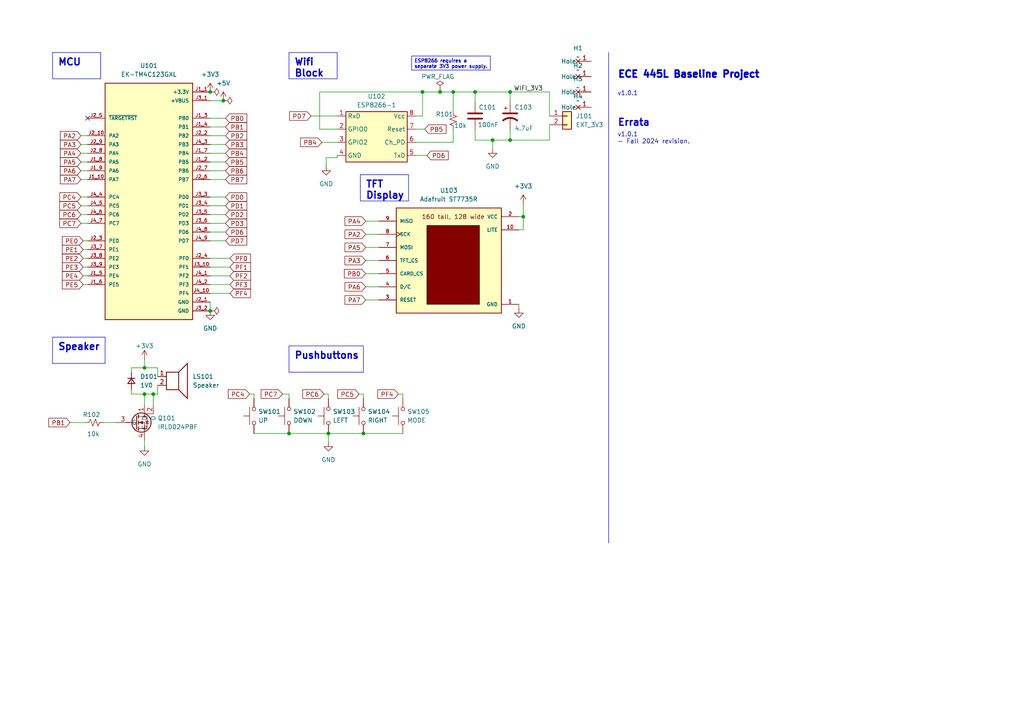
<source format=kicad_sch>
(kicad_sch (version 20250114) (generator "eeschema") (generator_version "9.0")
  (paper "A4")
  (title_block (title "ECE 445L Baseline Project") (date "2024-08-07") (rev "v1.0.1") (company "The University of Texas at Austin"))
  (lib_symbols
    (symbol "Connector_Generic:Conn_01x02" (pin_names (offset 1.016) (hide yes))
      (property "Reference" "J" (at 0 2.54 0))
      (property "Value" "Conn_01x02" (at 0 -5.08 0))
      (symbol "Conn_01x02_1_1"
        (rectangle (start -1.27 1.27) (end 1.27 -3.81) (stroke (width 0.254)) (fill (type background)))
        (rectangle (start -1.27 0.127) (end 0 -0.127) (stroke (width 0.1524)))
        (rectangle (start -1.27 -2.413) (end 0 -2.667) (stroke (width 0.1524)))
        (pin passive line (at -5.08 0 0) (length 3.81) (name "Pin_1") (number "1"))
        (pin passive line (at -5.08 -2.54 0) (length 3.81) (name "Pin_2") (number "2"))
      )
    )
    (symbol "Device:D_Small" (pin_numbers (hide yes)) (pin_names (offset 0.254) (hide yes))
      (property "Reference" "D" (at -1.27 2.032 0))
      (property "Value" "D_Small" (at -3.81 -2.032 0))
      (symbol "D_Small_0_1"
        (polyline (pts (xy -0.762 0) (xy 0.762 0)))
        (polyline (pts (xy -0.762 -1.016) (xy -0.762 1.016)) (stroke (width 0.254)))
        (polyline (pts (xy 0.762 -1.016) (xy -0.762 0) (xy 0.762 1.016) (xy 0.762 -1.016)) (stroke (width 0.254)))
      )
      (symbol "D_Small_1_1"
        (pin passive line (at -2.54 0 0) (length 1.778) (name "K") (number "1"))
        (pin passive line (at 2.54 0 180) (length 1.778) (name "A") (number "2"))
      )
    )
    (symbol "Device:Speaker" (pin_names (offset 0) (hide yes))
      (property "Reference" "LS" (at 1.27 5.715 0))
      (property "Value" "Speaker" (at 1.27 3.81 0))
      (symbol "Speaker_0_0"
        (rectangle (start -2.54 1.27) (end 1.016 -3.81) (stroke (width 0.254)))
        (polyline (pts (xy 1.016 1.27) (xy 3.556 3.81) (xy 3.556 -6.35) (xy 1.016 -3.81)) (stroke (width 0.254)))
      )
      (symbol "Speaker_1_1"
        (pin input line (at -5.08 0 0) (length 2.54) (name "1") (number "1"))
        (pin input line (at -5.08 -2.54 0) (length 2.54) (name "2") (number "2"))
      )
    )
    (symbol "ECE445L:Adafruit_ST7735R" (pin_names (offset 1.016))
      (property "Reference" "U?" (at -15.24 16.002 0))
      (property "Value" "Adafruit ST7735R" (at -15.24 -17.78 0))
      (symbol "Adafruit_ST7735R_0_0"
        (rectangle (start -15.24 15.24) (end 15.24 -15.24) (stroke (width 0.254)) (fill (type background)))
      )
      (symbol "Adafruit_ST7735R_1_0"
        (pin output line (at -20.32 11.43 0) (length 5.08) (name "MISO") (number "9"))
        (pin input clock (at -20.32 7.62 0) (length 5.08) (name "SCK") (number "8"))
        (pin input line (at -20.32 3.81 0) (length 5.08) (name "MOSI") (number "7"))
        (pin input line (at -20.32 0 0) (length 5.08) (name "TFT_CS") (number "6"))
        (pin input line (at -20.32 -3.81 0) (length 5.08) (name "CARD_CS") (number "5"))
        (pin input line (at -20.32 -7.62 0) (length 5.08) (name "D/C") (number "4"))
        (pin input line (at -20.32 -11.43 0) (length 5.08) (name "RESET") (number "3"))
        (pin power_in line (at 20.32 12.7 180) (length 5.08) (name "VCC") (number "2"))
        (pin power_in line (at 20.32 8.89 180) (length 5.08) (name "LITE") (number "10"))
        (pin power_in line (at 20.32 -12.7 180) (length 5.08) (name "GND") (number "1"))
      )
      (symbol "Adafruit_ST7735R_1_1"
        (rectangle (start -6.35 10.16) (end 8.89 -12.7) (stroke (width 0) (color 0 0 0 1)) (fill (type color) (color 132 0 0 1)))
        (text "160 tall, 128 wide" (at 1.27 12.7 0) (effects (font (size 1.27 1.27))))
      )
    )
    (symbol "ECE445L:C" (pin_numbers (hide yes)) (pin_names (offset 0.254))
      (property "Reference" "C" (at 0.635 2.54 0))
      (property "Value" "C" (at 0.635 -2.54 0))
      (symbol "C_0_1"
        (polyline (pts (xy -2.032 0.762) (xy 2.032 0.762)) (stroke (width 0.508)))
        (polyline (pts (xy -2.032 -0.762) (xy 2.032 -0.762)) (stroke (width 0.508)))
      )
      (symbol "C_1_1"
        (pin passive line (at 0 3.81 270) (length 2.794) (name "~") (number "1"))
        (pin passive line (at 0 -3.81 90) (length 2.794) (name "~") (number "2"))
      )
    )
    (symbol "ECE445L:C_Polarized" (pin_numbers (hide yes)) (pin_names (offset 0.254) (hide yes))
      (property "Reference" "C" (at 0.635 2.54 0))
      (property "Value" "C_Polarized" (at 0.635 -2.54 0))
      (symbol "C_Polarized_0_1"
        (polyline (pts (xy -2.032 0.762) (xy 2.032 0.762)) (stroke (width 0.508)))
        (polyline (pts (xy -1.778 2.286) (xy -0.762 2.286)))
        (polyline (pts (xy -1.27 1.778) (xy -1.27 2.794)))
        (arc (start -2.032 -1.27) (mid 0 -0.5572) (end 2.032 -1.27) (stroke (width 0.508)))
      )
      (symbol "C_Polarized_1_1"
        (pin passive line (at 0 3.81 270) (length 2.794) (name "~") (number "1"))
        (pin passive line (at 0 -3.81 90) (length 3.302) (name "~") (number "2"))
      )
    )
    (symbol "ECE445L:EK-TM4C123GXL" (pin_names (offset 1.016))
      (property "Reference" "U?" (at -12.7367 34.3099 0))
      (property "Value" "EK-TM4C123GXL" (at -12.7129 -38.1075 0))
      (symbol "EK-TM4C123GXL_0_0"
        (rectangle (start -12.7 -35.56) (end 12.7 33.02) (stroke (width 0.254)) (fill (type background)))
        (pin input line (at -17.78 22.86 0) (length 5.08) (name "~{TARGETRST}") (number "J2_5"))
        (pin bidirectional line (at -17.78 17.78 0) (length 5.08) (name "PA2") (number "J2_10"))
        (pin bidirectional line (at -17.78 15.24 0) (length 5.08) (name "PA3") (number "J2_9"))
        (pin bidirectional line (at -17.78 12.7 0) (length 5.08) (name "PA4") (number "J2_8"))
        (pin bidirectional line (at -17.78 10.16 0) (length 5.08) (name "PA5") (number "J1_8"))
        (pin bidirectional line (at -17.78 7.62 0) (length 5.08) (name "PA6") (number "J1_9"))
        (pin bidirectional line (at -17.78 5.08 0) (length 5.08) (name "PA7") (number "J1_10"))
        (pin bidirectional line (at -17.78 0 0) (length 5.08) (name "PC4") (number "J4_4"))
        (pin bidirectional line (at -17.78 -2.54 0) (length 5.08) (name "PC5") (number "J4_5"))
        (pin bidirectional line (at -17.78 -5.08 0) (length 5.08) (name "PC6") (number "J4_6"))
        (pin bidirectional line (at -17.78 -7.62 0) (length 5.08) (name "PC7") (number "J4_7"))
        (pin bidirectional line (at -17.78 -12.7 0) (length 5.08) (name "PE0") (number "J2_3"))
        (pin bidirectional line (at -17.78 -15.24 0) (length 5.08) (name "PE1") (number "J3_7"))
        (pin bidirectional line (at -17.78 -17.78 0) (length 5.08) (name "PE2") (number "J3_8"))
        (pin bidirectional line (at -17.78 -20.32 0) (length 5.08) (name "PE3") (number "J3_9"))
        (pin bidirectional line (at -17.78 -22.86 0) (length 5.08) (name "PE4") (number "J1_5"))
        (pin bidirectional line (at -17.78 -25.4 0) (length 5.08) (name "PE5") (number "J1_6"))
        (pin power_in line (at 17.78 30.48 180) (length 5.08) (name "+3.3V") (number "J1_1"))
        (pin power_in line (at 17.78 27.94 180) (length 5.08) (name "+VBUS") (number "J3_1"))
        (pin bidirectional line (at 17.78 22.86 180) (length 5.08) (name "PB0") (number "J1_3"))
        (pin bidirectional line (at 17.78 20.32 180) (length 5.08) (name "PB1") (number "J1_4"))
        (pin bidirectional line (at 17.78 17.78 180) (length 5.08) (name "PB2") (number "J2_2"))
        (pin bidirectional line (at 17.78 15.24 180) (length 5.08) (name "PB3") (number "J4_3"))
        (pin bidirectional line (at 17.78 12.7 180) (length 5.08) (name "PB4") (number "J1_7"))
        (pin bidirectional line (at 17.78 7.62 180) (length 5.08) (name "PB6") (number "J2_7"))
        (pin bidirectional line (at 17.78 5.08 180) (length 5.08) (name "PB7") (number "J2_6"))
        (pin bidirectional line (at 17.78 0 180) (length 5.08) (name "PD0") (number "J3_3"))
        (pin bidirectional line (at 17.78 -2.54 180) (length 5.08) (name "PD1") (number "J3_4"))
        (pin bidirectional line (at 17.78 -5.08 180) (length 5.08) (name "PD2") (number "J3_5"))
        (pin bidirectional line (at 17.78 -7.62 180) (length 5.08) (name "PD3") (number "J3_6"))
        (pin bidirectional line (at 17.78 -10.16 180) (length 5.08) (name "PD6") (number "J4_8"))
        (pin bidirectional line (at 17.78 -12.7 180) (length 5.08) (name "PD7") (number "J4_9"))
        (pin bidirectional line (at 17.78 -17.78 180) (length 5.08) (name "PF0") (number "J2_4"))
        (pin bidirectional line (at 17.78 -20.32 180) (length 5.08) (name "PF1") (number "J3_10"))
        (pin bidirectional line (at 17.78 -22.86 180) (length 5.08) (name "PF2") (number "J4_1"))
        (pin bidirectional line (at 17.78 -25.4 180) (length 5.08) (name "PF3") (number "J4_2"))
        (pin bidirectional line (at 17.78 -27.94 180) (length 5.08) (name "PF4") (number "J4_10"))
        (pin power_in line (at 17.78 -30.48 180) (length 5.08) (name "GND") (number "J2_1"))
        (pin power_in line (at 17.78 -33.02 180) (length 5.08) (name "GND") (number "J3_2"))
      )
      (symbol "EK-TM4C123GXL_1_0"
        (pin bidirectional line (at 17.78 10.16 180) (length 5.08) (name "PB5") (number "J1_2"))
      )
    )
    (symbol "ECE445L:ESP8266-1"
      (property "Reference" "U" (at 0 0 0))
      (property "Value" "ESP8266-1" (at 0 8.255 0))
      (symbol "ESP8266-1_1_1"
        (rectangle (start -8.255 6.985) (end 9.525 -7.62) (stroke (width 0.254)) (fill (type background)))
        (pin passive line (at -10.795 5.715 0) (length 2.54) (name "RxD") (number "1"))
        (pin passive line (at -10.795 1.905 0) (length 2.54) (name "GPIO0") (number "2"))
        (pin passive line (at -10.795 -1.905 0) (length 2.54) (name "GPIO2") (number "3"))
        (pin passive line (at -10.795 -5.715 0) (length 2.54) (name "GND") (number "4"))
        (pin passive line (at 12.065 5.715 180) (length 2.54) (name "Vcc") (number "8"))
        (pin passive line (at 12.065 1.905 180) (length 2.54) (name "Reset") (number "7"))
        (pin passive line (at 12.065 -1.905 180) (length 2.54) (name "Ch_PD") (number "6"))
        (pin passive line (at 12.065 -5.715 180) (length 2.54) (name "TxD") (number "5"))
      )
    )
    (symbol "ECE445L:IRLD024PBF"
      (property "Reference" "Q" (at 6.35 5.715 0))
      (property "Value" "IRLD024PBF" (at 16.51 -1.905 0))
      (symbol "IRLD024PBF_0_1"
        (polyline (pts (xy 11.43 0.635) (xy 8.636 0.635)))
        (polyline (pts (xy 11.684 2.54) (xy 11.684 -1.27)) (stroke (width 0.254)))
        (polyline (pts (xy 12.192 2.921) (xy 12.192 1.905)) (stroke (width 0.254)))
        (polyline (pts (xy 12.192 1.143) (xy 12.192 0.127)) (stroke (width 0.254)))
        (polyline (pts (xy 12.192 -0.635) (xy 12.192 -1.651)) (stroke (width 0.254)))
        (polyline (pts (xy 12.192 -1.143) (xy 14.732 -1.143) (xy 14.732 2.413) (xy 12.192 2.413)))
        (polyline (pts (xy 12.446 0.635) (xy 13.462 1.016) (xy 13.462 0.254) (xy 12.446 0.635)) (fill (type outline)))
        (circle (center 13.081 0.635) (radius 2.794) (stroke (width 0.254)))
        (polyline (pts (xy 13.97 3.175) (xy 13.97 2.413)))
        (circle (center 13.97 2.413) (radius 0.254) (fill (type outline)))
        (circle (center 13.97 -1.143) (radius 0.254) (fill (type outline)))
        (polyline (pts (xy 13.97 -1.905) (xy 13.97 0.635) (xy 12.192 0.635)))
        (polyline (pts (xy 14.224 1.143) (xy 14.351 1.016) (xy 15.113 1.016) (xy 15.24 0.889)))
        (polyline (pts (xy 14.732 1.016) (xy 14.351 0.381) (xy 15.113 0.381) (xy 14.732 1.016)))
        (polyline (pts (xy 16.51 3.175) (xy 13.97 3.175)))
      )
      (symbol "IRLD024PBF_1_1"
        (pin input line (at 5.715 0.635 0) (length 4) (name "G") (number "3"))
        (pin passive line (at 13.97 5.715 270) (length 2.54) (name "D") (number "1"))
        (pin passive line (at 13.97 -4.445 90) (length 2.54) (name "S") (number "4"))
        (pin passive line (at 16.51 5.715 270) (length 2.54) (name "D") (number "2"))
      )
    )
    (symbol "ECE445L:MountingHole"
      (property "Reference" "H" (at 0 0 0))
      (symbol "MountingHole_1_1"
        (pin free non_logic (at 0 0 180) (length 3.81) (name "Hole") (number "1"))
      )
    )
    (symbol "ECE445L:R_0.125W" (pin_numbers (hide yes)) (pin_names (offset 0.254) (hide yes))
      (property "Reference" "R" (at 0.762 0.508 0))
      (property "Value" "R_0.125W" (at 0.762 -1.016 0))
      (symbol "R_0.125W_1_1"
        (polyline (pts (xy 0 1.524) (xy 1.016 1.143) (xy 0 0.762) (xy -1.016 0.381) (xy 0 0)))
        (polyline (pts (xy 0 0) (xy 1.016 -0.381) (xy 0 -0.762) (xy -1.016 -1.143) (xy 0 -1.524)))
        (pin passive line (at 0 2.54 270) (length 1.016) (name "~") (number "1"))
        (pin passive line (at 0 -2.54 90) (length 1.016) (name "~") (number "2"))
      )
    )
    (symbol "Switch:SW_Push" (pin_numbers (hide yes)) (pin_names (offset 1.016) (hide yes))
      (property "Reference" "SW" (at 1.27 2.54 0))
      (property "Value" "SW_Push" (at 0 -1.524 0))
      (symbol "SW_Push_0_1"
        (circle (center -2.032 0) (radius 0.508))
        (polyline (pts (xy 0 1.27) (xy 0 3.048)))
        (circle (center 2.032 0) (radius 0.508))
        (polyline (pts (xy 2.54 1.27) (xy -2.54 1.27)))
        (pin passive line (at -5.08 0 0) (length 2.54) (name "1") (number "1"))
        (pin passive line (at 5.08 0 180) (length 2.54) (name "2") (number "2"))
      )
    )
    (symbol "power:+3V3" (power) (pin_numbers (hide yes)) (pin_names (offset 0) (hide yes))
      (property "Value" "+3V3" (at 0 3.556 0))
      (symbol "+3V3_0_1"
        (polyline (pts (xy -0.762 1.27) (xy 0 2.54)))
        (polyline (pts (xy 0 2.54) (xy 0.762 1.27)))
        (polyline (pts (xy 0 0) (xy 0 2.54)))
      )
      (symbol "+3V3_1_1"
        (pin power_in line (at 0 0 90) (length 0) (name "~") (number "1"))
      )
    )
    (symbol "power:+5V" (power) (pin_numbers (hide yes)) (pin_names (offset 0) (hide yes))
      (property "Value" "+5V" (at 0 3.556 0))
      (symbol "+5V_0_1"
        (polyline (pts (xy -0.762 1.27) (xy 0 2.54)))
        (polyline (pts (xy 0 2.54) (xy 0.762 1.27)))
        (polyline (pts (xy 0 0) (xy 0 2.54)))
      )
      (symbol "+5V_1_1"
        (pin power_in line (at 0 0 90) (length 0) (name "~") (number "1"))
      )
    )
    (symbol "power:GND" (power) (pin_numbers (hide yes)) (pin_names (offset 0) (hide yes))
      (property "Value" "GND" (at 0 -3.81 0))
      (symbol "GND_0_1"
        (polyline (pts (xy 0 0) (xy 0 -1.27) (xy 1.27 -1.27) (xy 0 -2.54) (xy -1.27 -1.27) (xy 0 -1.27)))
      )
      (symbol "GND_1_1"
        (pin power_in line (at 0 0 270) (length 0) (name "~") (number "1"))
      )
    )
    (symbol "power:PWR_FLAG" (power) (pin_numbers (hide yes)) (pin_names (offset 0) (hide yes))
      (property "Value" "PWR_FLAG" (at 0 3.81 0))
      (symbol "PWR_FLAG_0_0"
        (pin power_out line (at 0 0 90) (length 0) (name "~") (number "1"))
      )
      (symbol "PWR_FLAG_0_1"
        (polyline (pts (xy 0 0) (xy 0 1.27) (xy -1.016 1.905) (xy 0 2.54) (xy 1.016 1.905) (xy 0 1.27)))
      )
    )
  )
  (text "v1.0.1\n- Fall 2024 revision." (at 179.07 41.91 0) (effects (font (size 1.27 1.27)) (justify left bottom)))
  (text "ECE 445L Baseline Project" (at 179.07 22.86 0) (effects (font (size 2 2) (thickness 0.6) (bold yes)) (justify left bottom)))
  (text "v1.0.1" (at 179.07 27.94 0) (effects (font (size 1.27 1.27)) (justify left bottom)))
  (text "Errata" (at 179.07 36.83 0) (effects (font (size 2 2) (thickness 0.4) (bold yes)) (justify left bottom)))
  (text_box "MCU" (at 15.24 15.24 0) (size 13.97 7.62) (margins 1.5 1.5 1.5 1.5) (effects (font (size 2 2) (thickness 0.4) (bold yes)) (justify left top)))
  (text_box "ESP8266 requires a separate 3V3 power supply." (at 119.38 16.256 0) (size 22.86 4.064) (margins 0.75 0.75 0.75 0.75) (effects (font (size 1 1) (bold yes)) (justify left top)))
  (text_box "Speaker" (at 15.24 97.79 0) (size 15.24 7.62) (margins 1.5 1.5 1.5 1.5) (effects (font (size 2 2) (thickness 0.4) (bold yes)) (justify left top)))
  (text_box "Pushbuttons" (at 83.82 100.33 0) (size 21.59 7.62) (margins 1.5 1.5 1.5 1.5) (effects (font (size 2 2) (thickness 0.4) (bold yes)) (justify left top)))
  (text_box "TFT Display" (at 104.521 50.673 0) (size 13.97 7.62) (margins 1.5 1.5 1.5 1.5) (effects (font (size 2 2) (thickness 0.4) (bold yes)) (justify left top)))
  (text_box "Wifi Block" (at 83.82 15.24 0) (size 13.97 7.62) (margins 1.5 1.5 1.5 1.5) (effects (font (size 2 2) (thickness 0.4) (bold yes)) (justify left top)))
  (junction (at 60.96 26.67))
  (junction (at 95.25 125.73))
  (junction (at 127.635 26.67))
  (junction (at 147.955 26.67))
  (junction (at 41.91 106.68))
  (junction (at 44.45 114.3))
  (junction (at 122.555 26.67))
  (junction (at 137.795 26.67))
  (junction (at 147.955 40.64))
  (junction (at 60.96 90.17))
  (junction (at 41.91 114.3))
  (junction (at 142.875 40.64))
  (junction (at 131.445 26.67))
  (junction (at 83.82 125.73))
  (junction (at 105.41 125.73))
  (junction (at 151.765 62.865))
  (junction (at 64.77 29.21))
  (no_connect (at 25.4 34.29))
  (wire (pts (xy 60.96 41.91) (xy 65.405 41.91)))
  (wire (pts (xy 106.045 71.755) (xy 109.855 71.755)))
  (wire (pts (xy 93.345 41.275) (xy 97.79 41.275)))
  (wire (pts (xy 81.915 114.3) (xy 83.82 114.3)))
  (wire (pts (xy 73.66 114.3) (xy 73.66 115.57)))
  (wire (pts (xy 116.84 114.3) (xy 116.84 115.57)))
  (wire (pts (xy 60.96 52.07) (xy 65.405 52.07)))
  (wire (pts (xy 60.96 36.83) (xy 65.405 36.83)))
  (wire (pts (xy 95.25 125.73) (xy 95.25 128.27)))
  (wire (pts (xy 20.32 122.555) (xy 24.765 122.555)))
  (wire (pts (xy 38.1 106.68) (xy 41.91 106.68)))
  (wire (pts (xy 94.615 45.72) (xy 94.615 48.26)))
  (wire (pts (xy 106.045 79.375) (xy 109.855 79.375)))
  (wire (pts (xy 60.96 69.85) (xy 65.405 69.85)))
  (wire (pts (xy 131.445 41.275) (xy 131.445 37.465)))
  (wire (pts (xy 23.495 64.77) (xy 25.4 64.77)))
  (wire (pts (xy 147.955 40.64) (xy 159.385 40.64)))
  (wire (pts (xy 120.65 45.085) (xy 123.825 45.085)))
  (wire (pts (xy 60.96 77.47) (xy 66.675 77.47)))
  (wire (pts (xy 45.72 111.76) (xy 45.72 114.3)))
  (wire (pts (xy 92.71 26.67) (xy 92.71 37.465)))
  (wire (pts (xy 106.045 75.565) (xy 109.855 75.565)))
  (wire (pts (xy 24.13 77.47) (xy 25.4 77.47)))
  (wire (pts (xy 73.66 125.73) (xy 83.82 125.73)))
  (wire (pts (xy 23.495 62.23) (xy 25.4 62.23)))
  (wire (pts (xy 97.79 45.72) (xy 94.615 45.72)))
  (wire (pts (xy 23.495 41.91) (xy 25.4 41.91)))
  (wire (pts (xy 142.875 40.64) (xy 137.795 40.64)))
  (wire (pts (xy 41.91 104.14) (xy 41.91 106.68)))
  (wire (pts (xy 29.845 122.555) (xy 33.655 122.555)))
  (wire (pts (xy 60.96 39.37) (xy 65.405 39.37)))
  (wire (pts (xy 60.96 87.63) (xy 60.96 90.17)))
  (wire (pts (xy 41.91 114.3) (xy 44.45 114.3)))
  (wire (pts (xy 131.445 26.67) (xy 127.635 26.67)))
  (wire (pts (xy 24.13 72.39) (xy 25.4 72.39)))
  (wire (pts (xy 72.39 114.3) (xy 73.66 114.3)))
  (wire (pts (xy 38.1 106.68) (xy 38.1 107.95)))
  (wire (pts (xy 60.96 85.09) (xy 66.675 85.09)))
  (wire (pts (xy 24.13 69.85) (xy 25.4 69.85)))
  (wire (pts (xy 38.1 114.3) (xy 41.91 114.3)))
  (wire (pts (xy 127.635 26.035) (xy 127.635 26.67)))
  (wire (pts (xy 23.495 49.53) (xy 25.4 49.53)))
  (wire (pts (xy 60.96 80.01) (xy 66.675 80.01)))
  (wire (pts (xy 120.65 33.655) (xy 122.555 33.655)))
  (wire (pts (xy 60.96 34.29) (xy 65.405 34.29)))
  (wire (pts (xy 151.765 59.055) (xy 151.765 62.865)))
  (wire (pts (xy 115.57 114.3) (xy 116.84 114.3)))
  (wire (pts (xy 24.13 80.01) (xy 25.4 80.01)))
  (wire (pts (xy 106.045 67.945) (xy 109.855 67.945)))
  (wire (pts (xy 83.82 114.3) (xy 83.82 115.57)))
  (wire (pts (xy 97.79 45.085) (xy 97.79 45.72)))
  (wire (pts (xy 23.495 39.37) (xy 25.4 39.37)))
  (wire (pts (xy 83.82 125.73) (xy 95.25 125.73)))
  (wire (pts (xy 104.14 114.3) (xy 105.41 114.3)))
  (wire (pts (xy 120.65 37.465) (xy 123.19 37.465)))
  (wire (pts (xy 23.495 44.45) (xy 25.4 44.45)))
  (wire (pts (xy 90.17 33.655) (xy 97.79 33.655)))
  (wire (pts (xy 60.96 29.21) (xy 64.77 29.21)))
  (wire (pts (xy 142.875 40.64) (xy 147.955 40.64)))
  (wire (pts (xy 137.795 26.67) (xy 131.445 26.67)))
  (wire (pts (xy 106.045 64.135) (xy 109.855 64.135)))
  (polyline (pts (xy 176.53 15.24) (xy 176.53 157.48)))
  (wire (pts (xy 24.13 82.55) (xy 25.4 82.55)))
  (wire (pts (xy 23.495 52.07) (xy 25.4 52.07)))
  (wire (pts (xy 106.045 83.185) (xy 109.855 83.185)))
  (wire (pts (xy 151.765 66.675) (xy 151.765 62.865)))
  (wire (pts (xy 147.955 26.67) (xy 137.795 26.67)))
  (wire (pts (xy 106.045 86.995) (xy 109.855 86.995)))
  (wire (pts (xy 44.45 114.3) (xy 45.72 114.3)))
  (wire (pts (xy 23.495 46.99) (xy 25.4 46.99)))
  (wire (pts (xy 93.98 114.3) (xy 95.25 114.3)))
  (wire (pts (xy 127.635 26.67) (xy 122.555 26.67)))
  (wire (pts (xy 105.41 125.73) (xy 116.84 125.73)))
  (wire (pts (xy 150.495 66.675) (xy 151.765 66.675)))
  (wire (pts (xy 137.795 40.64) (xy 137.795 37.465)))
  (wire (pts (xy 159.385 36.195) (xy 159.385 40.64)))
  (wire (pts (xy 97.79 37.465) (xy 92.71 37.465)))
  (wire (pts (xy 60.96 64.77) (xy 65.405 64.77)))
  (wire (pts (xy 150.495 88.265) (xy 150.495 89.535)))
  (wire (pts (xy 137.795 26.67) (xy 137.795 29.845)))
  (wire (pts (xy 120.65 41.275) (xy 131.445 41.275)))
  (wire (pts (xy 41.91 114.3) (xy 41.91 117.475)))
  (wire (pts (xy 142.875 43.18) (xy 142.875 40.64)))
  (wire (pts (xy 95.25 114.3) (xy 95.25 115.57)))
  (wire (pts (xy 122.555 33.655) (xy 122.555 26.67)))
  (wire (pts (xy 60.96 82.55) (xy 66.675 82.55)))
  (wire (pts (xy 60.96 74.93) (xy 66.675 74.93)))
  (wire (pts (xy 105.41 114.3) (xy 105.41 115.57)))
  (wire (pts (xy 95.25 125.73) (xy 105.41 125.73)))
  (wire (pts (xy 131.445 26.67) (xy 131.445 32.385)))
  (wire (pts (xy 44.45 114.3) (xy 44.45 117.475)))
  (wire (pts (xy 60.96 44.45) (xy 65.405 44.45)))
  (wire (pts (xy 60.96 67.31) (xy 65.405 67.31)))
  (wire (pts (xy 60.96 57.15) (xy 65.405 57.15)))
  (wire (pts (xy 23.495 57.15) (xy 25.4 57.15)))
  (wire (pts (xy 45.72 106.68) (xy 45.72 109.22)))
  (wire (pts (xy 41.91 127.635) (xy 41.91 129.54)))
  (wire (pts (xy 147.955 40.64) (xy 147.955 37.465)))
  (wire (pts (xy 60.96 59.69) (xy 65.405 59.69)))
  (wire (pts (xy 147.955 26.67) (xy 147.955 29.845)))
  (wire (pts (xy 122.555 26.67) (xy 92.71 26.67)))
  (wire (pts (xy 23.495 59.69) (xy 25.4 59.69)))
  (wire (pts (xy 60.96 46.99) (xy 65.405 46.99)))
  (wire (pts (xy 159.385 26.67) (xy 159.385 33.655)))
  (wire (pts (xy 150.495 62.865) (xy 151.765 62.865)))
  (wire (pts (xy 60.96 62.23) (xy 65.405 62.23)))
  (wire (pts (xy 41.91 106.68) (xy 45.72 106.68)))
  (wire (pts (xy 60.96 49.53) (xy 65.405 49.53)))
  (wire (pts (xy 24.13 74.93) (xy 25.4 74.93)))
  (wire (pts (xy 159.385 26.67) (xy 147.955 26.67)))
  (wire (pts (xy 38.1 114.3) (xy 38.1 113.03)))
  (label "WIFI_3V3" (at 157.48 26.67 180))
  (global_label "PC5" (shape input) (at 23.495 59.69 180) (property "Intersheetrefs" "${INTERSHEET_REFS}" (effects (hide yes))))
  (global_label "PB6" (shape input) (at 65.405 49.53 0) (property "Intersheetrefs" "${INTERSHEET_REFS}" (effects (hide yes))))
  (global_label "PB2" (shape input) (at 65.405 39.37 0) (property "Intersheetrefs" "${INTERSHEET_REFS}" (effects (hide yes))))
  (global_label "PA7" (shape input) (at 23.495 52.07 180) (property "Intersheetrefs" "${INTERSHEET_REFS}" (effects (hide yes))))
  (global_label "PA4" (shape input) (at 23.495 44.45 180) (property "Intersheetrefs" "${INTERSHEET_REFS}" (effects (hide yes))))
  (global_label "PB5" (shape input) (at 65.405 46.99 0) (property "Intersheetrefs" "${INTERSHEET_REFS}" (effects (hide yes))))
  (global_label "PB3" (shape input) (at 65.405 41.91 0) (property "Intersheetrefs" "${INTERSHEET_REFS}" (effects (hide yes))))
  (global_label "PD7" (shape input) (at 65.405 69.85 0) (property "Intersheetrefs" "${INTERSHEET_REFS}" (effects (hide yes))))
  (global_label "PE0" (shape input) (at 24.13 69.85 180) (property "Intersheetrefs" "${INTERSHEET_REFS}" (effects (hide yes))))
  (global_label "PD1" (shape input) (at 65.405 59.69 0) (property "Intersheetrefs" "${INTERSHEET_REFS}" (effects (hide yes))))
  (global_label "PF4" (shape input) (at 66.675 85.09 0) (property "Intersheetrefs" "${INTERSHEET_REFS}" (effects (hide yes))))
  (global_label "PE3" (shape input) (at 24.13 77.47 180) (property "Intersheetrefs" "${INTERSHEET_REFS}" (effects (hide yes))))
  (global_label "PC7" (shape input) (at 23.495 64.77 180) (property "Intersheetrefs" "${INTERSHEET_REFS}" (effects (hide yes))))
  (global_label "PA2" (shape input) (at 106.045 67.945 180) (property "Intersheetrefs" "${INTERSHEET_REFS}" (effects (hide yes))))
  (global_label "PD7" (shape input) (at 90.17 33.655 180) (property "Intersheetrefs" "${INTERSHEET_REFS}" (effects (hide yes))))
  (global_label "PB4" (shape input) (at 93.345 41.275 180) (property "Intersheetrefs" "${INTERSHEET_REFS}" (effects (hide yes))))
  (global_label "PC7" (shape input) (at 81.915 114.3 180) (property "Intersheetrefs" "${INTERSHEET_REFS}" (effects (hide yes))))
  (global_label "PE2" (shape input) (at 24.13 74.93 180) (property "Intersheetrefs" "${INTERSHEET_REFS}" (effects (hide yes))))
  (global_label "PA3" (shape input) (at 23.495 41.91 180) (property "Intersheetrefs" "${INTERSHEET_REFS}" (effects (hide yes))))
  (global_label "PE4" (shape input) (at 24.13 80.01 180) (property "Intersheetrefs" "${INTERSHEET_REFS}" (effects (hide yes))))
  (global_label "PC4" (shape input) (at 23.495 57.15 180) (property "Intersheetrefs" "${INTERSHEET_REFS}" (effects (hide yes))))
  (global_label "PB0" (shape input) (at 65.405 34.29 0) (property "Intersheetrefs" "${INTERSHEET_REFS}" (effects (hide yes))))
  (global_label "PE1" (shape input) (at 24.13 72.39 180) (property "Intersheetrefs" "${INTERSHEET_REFS}" (effects (hide yes))))
  (global_label "PF3" (shape input) (at 66.675 82.55 0) (property "Intersheetrefs" "${INTERSHEET_REFS}" (effects (hide yes))))
  (global_label "PC4" (shape input) (at 72.39 114.3 180) (property "Intersheetrefs" "${INTERSHEET_REFS}" (effects (hide yes))))
  (global_label "PD3" (shape input) (at 65.405 64.77 0) (property "Intersheetrefs" "${INTERSHEET_REFS}" (effects (hide yes))))
  (global_label "PC6" (shape input) (at 93.98 114.3 180) (property "Intersheetrefs" "${INTERSHEET_REFS}" (effects (hide yes))))
  (global_label "PD0" (shape input) (at 65.405 57.15 0) (property "Intersheetrefs" "${INTERSHEET_REFS}" (effects (hide yes))))
  (global_label "PB7" (shape input) (at 65.405 52.07 0) (property "Intersheetrefs" "${INTERSHEET_REFS}" (effects (hide yes))))
  (global_label "PD6" (shape input) (at 123.825 45.085 0) (property "Intersheetrefs" "${INTERSHEET_REFS}" (effects (hide yes))))
  (global_label "PA2" (shape input) (at 23.495 39.37 180) (property "Intersheetrefs" "${INTERSHEET_REFS}" (effects (hide yes))))
  (global_label "PA7" (shape input) (at 106.045 86.995 180) (property "Intersheetrefs" "${INTERSHEET_REFS}" (effects (hide yes))))
  (global_label "PB1" (shape input) (at 20.32 122.555 180) (property "Intersheetrefs" "${INTERSHEET_REFS}" (effects (hide yes))))
  (global_label "PA6" (shape input) (at 106.045 83.185 180) (property "Intersheetrefs" "${INTERSHEET_REFS}" (effects (hide yes))))
  (global_label "PF0" (shape input) (at 66.675 74.93 0) (property "Intersheetrefs" "${INTERSHEET_REFS}" (effects (hide yes))))
  (global_label "PC6" (shape input) (at 23.495 62.23 180) (property "Intersheetrefs" "${INTERSHEET_REFS}" (effects (hide yes))))
  (global_label "PC5" (shape input) (at 104.14 114.3 180) (property "Intersheetrefs" "${INTERSHEET_REFS}" (effects (hide yes))))
  (global_label "PE5" (shape input) (at 24.13 82.55 180) (property "Intersheetrefs" "${INTERSHEET_REFS}" (effects (hide yes))))
  (global_label "PF4" (shape input) (at 115.57 114.3 180) (property "Intersheetrefs" "${INTERSHEET_REFS}" (effects (hide yes))))
  (global_label "PB5" (shape input) (at 123.19 37.465 0) (property "Intersheetrefs" "${INTERSHEET_REFS}" (effects (hide yes))))
  (global_label "PA3" (shape input) (at 106.045 75.565 180) (property "Intersheetrefs" "${INTERSHEET_REFS}" (effects (hide yes))))
  (global_label "PD6" (shape input) (at 65.405 67.31 0) (property "Intersheetrefs" "${INTERSHEET_REFS}" (effects (hide yes))))
  (global_label "PA4" (shape input) (at 106.045 64.135 180) (property "Intersheetrefs" "${INTERSHEET_REFS}" (effects (hide yes))))
  (global_label "PF1" (shape input) (at 66.675 77.47 0) (property "Intersheetrefs" "${INTERSHEET_REFS}" (effects (hide yes))))
  (global_label "PB1" (shape input) (at 65.405 36.83 0) (property "Intersheetrefs" "${INTERSHEET_REFS}" (effects (hide yes))))
  (global_label "PA6" (shape input) (at 23.495 49.53 180) (property "Intersheetrefs" "${INTERSHEET_REFS}" (effects (hide yes))))
  (global_label "PA5" (shape input) (at 106.045 71.755 180) (property "Intersheetrefs" "${INTERSHEET_REFS}" (effects (hide yes))))
  (global_label "PD2" (shape input) (at 65.405 62.23 0) (property "Intersheetrefs" "${INTERSHEET_REFS}" (effects (hide yes))))
  (global_label "PF2" (shape input) (at 66.675 80.01 0) (property "Intersheetrefs" "${INTERSHEET_REFS}" (effects (hide yes))))
  (global_label "PB0" (shape input) (at 106.045 79.375 180) (property "Intersheetrefs" "${INTERSHEET_REFS}" (effects (hide yes))))
  (global_label "PB4" (shape input) (at 65.405 44.45 0) (property "Intersheetrefs" "${INTERSHEET_REFS}" (effects (hide yes))))
  (global_label "PA5" (shape input) (at 23.495 46.99 180) (property "Intersheetrefs" "${INTERSHEET_REFS}" (effects (hide yes))))
  (symbol (lib_id "power:PWR_FLAG") (at 60.96 90.17 270) (unit 1)
    (property "Reference" "#FLG0102" (effects (hide yes)))
    (property "Value" "PWR_FLAG" (effects (hide yes)))
    (property "Description" "Special symbol for telling ERC where power comes from" (effects (hide yes)))
  )
  (symbol (lib_id "Device:D_Small") (at 38.1 110.49 270) (unit 1)
    (property "Reference" "D101" (at 40.64 109.22 90) (effects (justify left)))
    (property "Value" "1V0" (at 40.64 111.76 90) (effects (justify left)))
    (property "Footprint" "Diode_THT:D_5W_P12.70mm_Horizontal" (effects (hide yes)))
    (property "Description" "Diode, small symbol" (effects (hide yes)))
    (property "Cost" "0.10 " (effects (hide yes)))
    (property "Distributor" "Mouser" (effects (hide yes)))
    (property "Manufacturer" "onsemi" (effects (hide yes)))
    (property "P/N" "1N914 " (effects (hide yes)))
    (property "Sim.Device" "D" (effects (hide yes)))
    (property "Sim.Pins" "1=K 2=A" (effects (hide yes)))
  )
  (symbol (lib_id "ECE445L:EK-TM4C123GXL") (at 43.18 57.15 0) (unit 1)
    (property "Reference" "U101" (at 43.18 19.05 0))
    (property "Value" "EK-TM4C123GXL" (at 43.18 21.59 0))
    (property "Footprint" "ECE445L:ti_EKTM4C123GXL" (effects (hide yes)))
    (property "Datasheet" "https://www.ti.com/lit/ds/symlink/tm4c123gh6pm.pdf?ts=1693244962384&ref_url=https%253A%252F%252Fwww.google.com%252F" (effects (hide yes)))
    (property "Distributor" "Mouser" (effects (hide yes)))
    (property "Manufacturer" "Texas Instruments" (effects (hide yes)))
    (property "P/N" "EK-TM4C123GXL" (effects (hide yes)))
    (property "Cost" "22.60" (effects (hide yes)))
  )
  (symbol (lib_id "ECE445L:IRLD024PBF") (at 27.94 123.19 0) (unit 1)
    (property "Reference" "Q101" (at 45.72 121.2849 0) (effects (justify left)))
    (property "Value" "IRLD024PBF" (at 45.72 123.8249 0) (effects (justify left)))
    (property "Footprint" "ECE445L:DIP920W60P254L490H457Q4N" (effects (hide yes)))
    (property "Datasheet" "http://www.vishay.com/docs/91308/sihld24.pdf" (effects (hide yes)))
    (property "Description" "Vishay IRLD024PBF N-channel MOSFET Transistor, 2.5 A, 60 V, 4-Pin HVMDIP" (effects (hide yes)))
    (property "Cost" "1.67" (effects (hide yes)))
    (property "Distributor" "Mouser" (effects (hide yes)))
    (property "Manufacturer" "Vishay" (effects (hide yes)))
    (property "P/N" "IRLD024PBF" (effects (hide yes)))
    (property "Sim.Device" "NMOS" (effects (hide yes)))
    (property "Sim.Type" "VDMOS" (effects (hide yes)))
    (property "Sim.Pins" "1=D 2=G 3=S" (effects (hide yes)))
    (property "Height" "4.57" (effects (hide yes)))
    (property "Mouser Part Number" "844-IRLD024PBF" (effects (hide yes)))
    (property "Mouser Price/Stock" "https://www.mouser.co.uk/ProductDetail/Vishay-Siliconix/IRLD024PBF?qs=cvaI6ThkwxvrmVanJu5OcQ%3D%3D" (effects (hide yes)))
    (property "Manufacturer_Name" "Vishay" (effects (hide yes)))
    (property "Manufacturer_Part_Number" "IRLD024PBF" (effects (hide yes)))
  )
  (symbol (lib_id "power:PWR_FLAG") (at 64.77 29.21 270) (unit 1)
    (property "Reference" "#FLG0103" (effects (hide yes)))
    (property "Value" "PWR_FLAG" (effects (hide yes)))
    (property "Description" "Special symbol for telling ERC where power comes from" (effects (hide yes)))
  )
  (symbol (lib_id "Switch:SW_Push") (at 73.66 120.65 90) (unit 1)
    (property "Reference" "SW101" (at 74.93 119.38 90) (effects (justify right)))
    (property "Value" "UP" (at 74.93 121.92 90) (effects (justify right)))
    (property "Footprint" "Button_Switch_THT:SW_PUSH_6mm" (effects (hide yes)))
    (property "Description" "Push button switch, generic, two pins" (effects (hide yes)))
  )
  (symbol (lib_id "ECE445L:MountingHole") (at 171.45 22.225 0) (unit 1)
    (property "Reference" "H2" (at 167.64 19.05 0))
    (property "Value" "~" (at 167.64 20.32 0))
    (property "Footprint" "ECE445L:MountingHole_4_40" (effects (hide yes)))
    (property "Description" "Drill hole for 4-40 screw" (effects (hide yes)))
  )
  (symbol (lib_id "Connector_Generic:Conn_01x02") (at 164.465 33.655 0) (unit 1)
    (property "Reference" "J101" (at 167.005 33.655 0) (effects (justify left)))
    (property "Value" "EXT_3V3" (at 167.005 36.195 0) (effects (justify left)))
    (property "Footprint" "Connector_Samtec_HPM_THT:Samtec_HPM-02-01-x-S_Straight_1x02_Pitch5.08mm" (effects (hide yes)))
    (property "Description" "Generic connector, single row, 01x02, script generated (kicad-library-utils/schlib/autogen/connector/)" (effects (hide yes)))
  )
  (symbol (lib_id "ECE445L:C_Polarized") (at 147.955 33.655 0) (unit 1)
    (property "Reference" "C103" (at 149.225 31.115 0) (effects (justify left)))
    (property "Value" "4.7uF" (at 149.225 37.211 0) (effects (justify left)))
    (property "Footprint" "ECE445L:CP_Radial_Tantal200mil" (effects (hide yes)))
    (property "Description" "Polarized capacitor, US symbol" (effects (hide yes)))
  )
  (symbol (lib_id "power:GND") (at 94.615 48.26 0) (unit 1)
    (property "Reference" "#PWR03" (effects (hide yes)))
    (property "Value" "GND" (at 94.615 53.34 0))
    (property "Description" "Power symbol creates a global label with name \"GND\" , ground" (effects (hide yes)))
  )
  (symbol (lib_id "power:+5V") (at 64.77 29.21 0) (unit 1)
    (property "Reference" "#PWR0105" (effects (hide yes)))
    (property "Value" "+5V" (at 64.77 24.13 0))
    (property "Description" "Power symbol creates a global label with name \"+5V\"" (effects (hide yes)))
  )
  (symbol (lib_id "power:GND") (at 95.25 128.27 0) (unit 1)
    (property "Reference" "#PWR0107" (effects (hide yes)))
    (property "Value" "GND" (at 95.25 133.35 0))
    (property "Description" "Power symbol creates a global label with name \"GND\" , ground" (effects (hide yes)))
  )
  (symbol (lib_id "power:GND") (at 150.495 89.535 0) (unit 1)
    (property "Reference" "#PWR02" (effects (hide yes)))
    (property "Value" "GND" (at 150.495 94.615 0))
    (property "Description" "Power symbol creates a global label with name \"GND\" , ground" (effects (hide yes)))
  )
  (symbol (lib_id "ECE445L:C") (at 137.795 33.655 0) (unit 1)
    (property "Reference" "C101" (at 138.811 31.115 0) (effects (justify left)))
    (property "Value" "100nF" (at 138.557 36.195 0) (effects (justify left)))
    (property "Footprint" "ECE445L:C_Axial_200mil" (effects (hide yes)))
    (property "Description" "Unpolarized capacitor" (effects (hide yes)))
  )
  (symbol (lib_id "ECE445L:MountingHole") (at 171.45 26.67 0) (unit 1)
    (property "Reference" "H3" (at 167.64 22.86 0))
    (property "Value" "~" (at 167.64 25.4 0))
    (property "Footprint" "ECE445L:MountingHole_4_40" (effects (hide yes)))
    (property "Description" "Drill hole for 4-40 screw" (effects (hide yes)))
  )
  (symbol (lib_id "ECE445L:R_0.125W") (at 131.445 34.925 0) (unit 1)
    (property "Reference" "R101" (at 126.365 33.147 0) (effects (justify left)))
    (property "Value" "10k" (at 131.699 36.449 0) (effects (justify left)))
    (property "Footprint" "ECE445L:R_Axial_DIN0204_L3.6mm_D1.6mm_P7.62mm_Horizontal" (effects (hide yes)))
    (property "Datasheet" "https://users.ece.utexas.edu/~valvano/mspm0/CarbonFilmresistors.pdf" (effects (hide yes)))
    (property "Description" "Resistor, small US symbol" (effects (hide yes)))
  )
  (symbol (lib_id "power:+3V3") (at 151.765 59.055 0) (unit 1)
    (property "Reference" "#PWR01" (effects (hide yes)))
    (property "Value" "+3V3" (at 151.765 53.975 0))
    (property "Description" "Power symbol creates a global label with name \"+3V3\"" (effects (hide yes)))
  )
  (symbol (lib_id "Switch:SW_Push") (at 83.82 120.65 90) (unit 1)
    (property "Reference" "SW102" (at 85.09 119.38 90) (effects (justify right)))
    (property "Value" "DOWN" (at 85.09 121.92 90) (effects (justify right)))
    (property "Footprint" "Button_Switch_THT:SW_PUSH_6mm" (effects (hide yes)))
    (property "Description" "Push button switch, generic, two pins" (effects (hide yes)))
  )
  (symbol (lib_id "power:GND") (at 142.875 43.18 0) (unit 1)
    (property "Reference" "#PWR0108" (effects (hide yes)))
    (property "Value" "GND" (at 142.875 48.26 0))
    (property "Description" "Power symbol creates a global label with name \"GND\" , ground" (effects (hide yes)))
  )
  (symbol (lib_id "Switch:SW_Push") (at 95.25 120.65 90) (unit 1)
    (property "Reference" "SW103" (at 96.52 119.38 90) (effects (justify right)))
    (property "Value" "LEFT" (at 96.52 121.92 90) (effects (justify right)))
    (property "Footprint" "Button_Switch_THT:SW_PUSH_6mm" (effects (hide yes)))
    (property "Description" "Push button switch, generic, two pins" (effects (hide yes)))
  )
  (symbol (lib_id "Switch:SW_Push") (at 105.41 120.65 90) (unit 1)
    (property "Reference" "SW104" (at 106.68 119.38 90) (effects (justify right)))
    (property "Value" "RIGHT" (at 106.68 121.92 90) (effects (justify right)))
    (property "Footprint" "Button_Switch_THT:SW_PUSH_6mm" (effects (hide yes)))
    (property "Description" "Push button switch, generic, two pins" (effects (hide yes)))
  )
  (symbol (lib_id "power:+3V3") (at 60.96 26.67 0) (unit 1)
    (property "Reference" "#PWR0103" (effects (hide yes)))
    (property "Value" "+3V3" (at 60.96 21.59 0))
    (property "Description" "Power symbol creates a global label with name \"+3V3\"" (effects (hide yes)))
  )
  (symbol (lib_id "Switch:SW_Push") (at 116.84 120.65 90) (unit 1)
    (property "Reference" "SW105" (at 118.11 119.38 90) (effects (justify right)))
    (property "Value" "MODE" (at 118.11 121.92 90) (effects (justify right)))
    (property "Footprint" "Button_Switch_THT:SW_PUSH_6mm" (effects (hide yes)))
    (property "Description" "Push button switch, generic, two pins" (effects (hide yes)))
  )
  (symbol (lib_id "power:GND") (at 41.91 129.54 0) (unit 1)
    (property "Reference" "#PWR0102" (effects (hide yes)))
    (property "Value" "GND" (at 41.91 134.62 0))
    (property "Description" "Power symbol creates a global label with name \"GND\" , ground" (effects (hide yes)))
  )
  (symbol (lib_id "power:PWR_FLAG") (at 60.96 26.67 270) (unit 1)
    (property "Reference" "#FLG0101" (effects (hide yes)))
    (property "Value" "PWR_FLAG" (effects (hide yes)))
    (property "Description" "Special symbol for telling ERC where power comes from" (effects (hide yes)))
  )
  (symbol (lib_id "Device:Speaker") (at 50.8 109.22 0) (unit 1)
    (property "Reference" "LS101" (at 55.88 109.22 0) (effects (justify left)))
    (property "Value" "Speaker" (at 55.88 111.76 0) (effects (justify left)))
    (property "Footprint" "Connector_PinHeader_2.54mm:PinHeader_1x02_P2.54mm_Vertical" (effects (hide yes)))
    (property "Description" "Speaker" (effects (hide yes)))
  )
  (symbol (lib_id "power:PWR_FLAG") (at 127.635 26.035 0) (unit 1)
    (property "Reference" "#FLG0104" (effects (hide yes)))
    (property "Value" "PWR_FLAG" (at 127 22.225 0))
    (property "Description" "Special symbol for telling ERC where power comes from" (effects (hide yes)))
  )
  (symbol (lib_id "power:GND") (at 60.96 90.17 0) (unit 1)
    (property "Reference" "#PWR0104" (effects (hide yes)))
    (property "Value" "GND" (at 60.96 95.25 0))
    (property "Description" "Power symbol creates a global label with name \"GND\" , ground" (effects (hide yes)))
  )
  (symbol (lib_id "ECE445L:MountingHole") (at 171.45 17.78 0) (unit 1)
    (property "Reference" "H1" (at 167.64 13.97 0))
    (property "Value" "~" (at 167.64 16.51 0))
    (property "Footprint" "ECE445L:MountingHole_4_40" (effects (hide yes)))
    (property "Description" "Drill hole for 4-40 screw" (effects (hide yes)))
  )
  (symbol (lib_id "ECE445L:ESP8266-1") (at 108.585 39.37 0) (unit 1)
    (property "Reference" "U102" (at 109.22 27.94 0))
    (property "Value" "ESP8266-1" (at 109.22 30.48 0))
    (property "Footprint" "ECE445L:ESP8266_FemaleConnector" (effects (hide yes)))
    (property "Datasheet" "https://www.microchip.ua/wireless/esp01.pdf" (effects (hide yes)))
    (property "Description" "Wifi module" (effects (hide yes)))
  )
  (symbol (lib_id "ECE445L:MountingHole") (at 171.45 31.115 0) (unit 1)
    (property "Reference" "H4" (at 167.64 27.94 0))
    (property "Value" "~" (at 167.64 29.21 0))
    (property "Footprint" "ECE445L:MountingHole_4_40" (effects (hide yes)))
    (property "Description" "Drill hole for 4-40 screw" (effects (hide yes)))
  )
  (symbol (lib_id "ECE445L:R_0.125W") (at 27.305 122.555 90) (unit 1)
    (property "Reference" "R102" (at 26.543 120.269 90))
    (property "Value" "10k" (at 27.051 125.857 90))
    (property "Footprint" "ECE445L:R_Axial_DIN0204_L3.6mm_D1.6mm_P7.62mm_Horizontal" (effects (hide yes)))
    (property "Datasheet" "https://users.ece.utexas.edu/~valvano/mspm0/CarbonFilmresistors.pdf" (effects (hide yes)))
    (property "Description" "Resistor, small US symbol" (effects (hide yes)))
  )
  (symbol (lib_id "power:+3V3") (at 41.91 104.14 0) (unit 1)
    (property "Reference" "#PWR0101" (effects (hide yes)))
    (property "Value" "+3V3" (at 41.91 100.33 0))
    (property "Description" "Power symbol creates a global label with name \"+3V3\"" (effects (hide yes)))
  )
  (symbol (lib_id "ECE445L:Adafruit_ST7735R") (at 130.175 75.565 0) (unit 1)
    (property "Reference" "U103" (at 130.175 55.245 0))
    (property "Value" "Adafruit ST7735R" (at 130.175 57.785 0))
    (property "Footprint" "ECE445L:adafruit_st7735r2" (effects (hide yes)))
    (property "Datasheet" "https://www.mouser.com/datasheet/2/737/ST7735R_V0_2-2489618.pdf" (effects (hide yes)))
    (property "Distributor" "Mouser" (effects (hide yes)))
    (property "Manufacturer" "Adafruit" (effects (hide yes)))
    (property "P/N" "358" (effects (hide yes)))
    (property "Cost" "19.95" (effects (hide yes)))
  )
)
</source>
